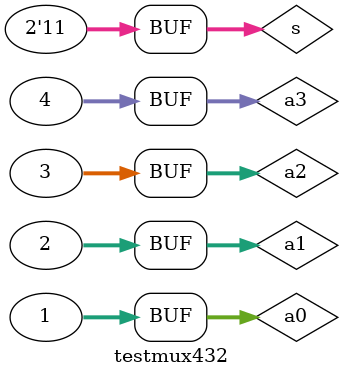
<source format=v>
`timescale 1ns / 1ps


module testmux432;

	// Inputs
	reg [31:0] a0;
	reg [31:0] a1;
	reg [31:0] a2;
	reg [31:0] a3;
	reg [1:0] s;

	// Outputs
	wire [31:0] y;

	// Instantiate the Unit Under Test (UUT)
	mux4x32 uut (
		.a0(a0), 
		.a1(a1), 
		.a2(a2), 
		.a3(a3), 
		.s(s), 
		.y(y)
	);

	initial begin
		// Initialize Inputs
		a0 = 1;
		a1 = 2;
		a2 = 3;
		a3 = 4;
		s = 0;

		// Wait 100 ns for global reset to finish
		#100;
        
		// Add stimulus here
		#100;
		s = 1;
		#100;
		s = 2;
		#100;
		s = 3;
	end
      
endmodule


</source>
